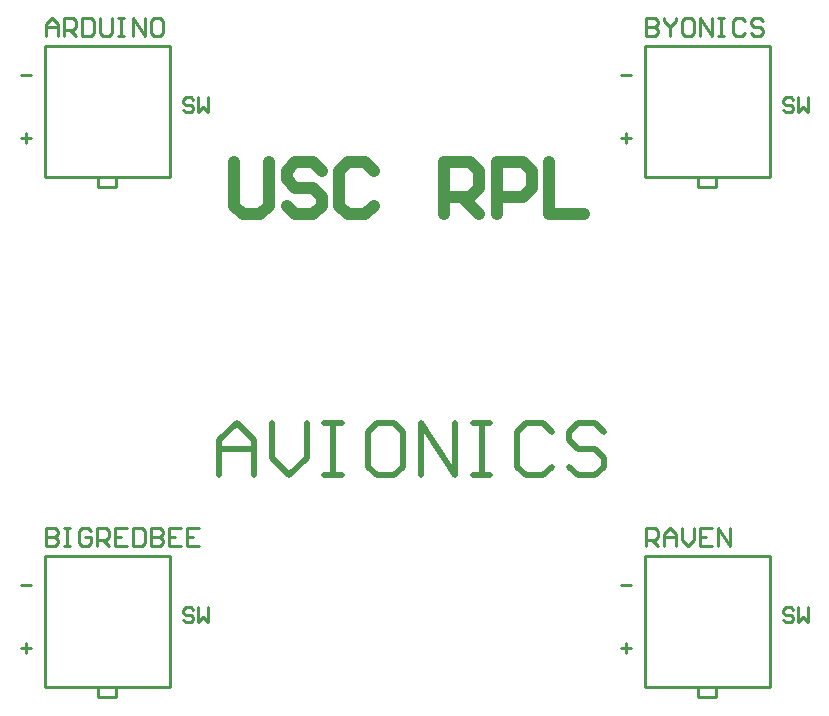
<source format=gto>
%FSLAX23Y23*%
%MOIN*%
G70*
G01*
G75*
G04 Layer_Color=65535*
%ADD10C,0.091*%
%ADD11C,0.010*%
%ADD12C,0.040*%
%ADD13C,0.020*%
D11*
X2190Y1975D02*
Y2410D01*
Y1975D02*
X2605D01*
Y2410D01*
X2190D02*
X2605D01*
X2365Y1940D02*
Y1975D01*
Y1940D02*
X2425D01*
Y1970D01*
X2190Y275D02*
Y710D01*
Y275D02*
X2605D01*
Y710D01*
X2190D02*
X2605D01*
X2365Y240D02*
Y275D01*
Y240D02*
X2425D01*
Y270D01*
X190Y275D02*
Y710D01*
Y275D02*
X605D01*
Y710D01*
X190D02*
X605D01*
X365Y240D02*
Y275D01*
Y240D02*
X425D01*
Y270D01*
X190Y1975D02*
Y2410D01*
Y1975D02*
X605D01*
Y2410D01*
X190D02*
X605D01*
X365Y1940D02*
Y1975D01*
Y1940D02*
X425D01*
Y1970D01*
X194Y2444D02*
Y2484D01*
X214Y2504D01*
X234Y2484D01*
Y2444D01*
Y2474D01*
X194D01*
X254Y2444D02*
Y2504D01*
X284D01*
X294Y2494D01*
Y2474D01*
X284Y2464D01*
X254D01*
X274D02*
X294Y2444D01*
X314Y2504D02*
Y2444D01*
X344D01*
X354Y2454D01*
Y2494D01*
X344Y2504D01*
X314D01*
X374D02*
Y2454D01*
X384Y2444D01*
X404D01*
X414Y2454D01*
Y2504D01*
X434D02*
X454D01*
X444D01*
Y2444D01*
X434D01*
X454D01*
X484D02*
Y2504D01*
X524Y2444D01*
Y2504D01*
X574D02*
X554D01*
X544Y2494D01*
Y2454D01*
X554Y2444D01*
X574D01*
X584Y2454D01*
Y2494D01*
X574Y2504D01*
X194Y804D02*
Y744D01*
X224D01*
X234Y754D01*
Y764D01*
X224Y774D01*
X194D01*
X224D01*
X234Y784D01*
Y794D01*
X224Y804D01*
X194D01*
X254D02*
X274D01*
X264D01*
Y744D01*
X254D01*
X274D01*
X344Y794D02*
X334Y804D01*
X314D01*
X304Y794D01*
Y754D01*
X314Y744D01*
X334D01*
X344Y754D01*
Y774D01*
X324D01*
X364Y744D02*
Y804D01*
X394D01*
X404Y794D01*
Y774D01*
X394Y764D01*
X364D01*
X384D02*
X404Y744D01*
X464Y804D02*
X424D01*
Y744D01*
X464D01*
X424Y774D02*
X444D01*
X484Y804D02*
Y744D01*
X514D01*
X524Y754D01*
Y794D01*
X514Y804D01*
X484D01*
X544D02*
Y744D01*
X574D01*
X584Y754D01*
Y764D01*
X574Y774D01*
X544D01*
X574D01*
X584Y784D01*
Y794D01*
X574Y804D01*
X544D01*
X644D02*
X604D01*
Y744D01*
X644D01*
X604Y774D02*
X624D01*
X704Y804D02*
X664D01*
Y744D01*
X704D01*
X664Y774D02*
X684D01*
X2194Y2504D02*
Y2444D01*
X2224D01*
X2234Y2454D01*
Y2464D01*
X2224Y2474D01*
X2194D01*
X2224D01*
X2234Y2484D01*
Y2494D01*
X2224Y2504D01*
X2194D01*
X2254D02*
Y2494D01*
X2274Y2474D01*
X2294Y2494D01*
Y2504D01*
X2274Y2474D02*
Y2444D01*
X2344Y2504D02*
X2324D01*
X2314Y2494D01*
Y2454D01*
X2324Y2444D01*
X2344D01*
X2354Y2454D01*
Y2494D01*
X2344Y2504D01*
X2374Y2444D02*
Y2504D01*
X2414Y2444D01*
Y2504D01*
X2434D02*
X2454D01*
X2444D01*
Y2444D01*
X2434D01*
X2454D01*
X2524Y2494D02*
X2514Y2504D01*
X2494D01*
X2484Y2494D01*
Y2454D01*
X2494Y2444D01*
X2514D01*
X2524Y2454D01*
X2584Y2494D02*
X2574Y2504D01*
X2554D01*
X2544Y2494D01*
Y2484D01*
X2554Y2474D01*
X2574D01*
X2584Y2464D01*
Y2454D01*
X2574Y2444D01*
X2554D01*
X2544Y2454D01*
X2194Y744D02*
Y804D01*
X2224D01*
X2234Y794D01*
Y774D01*
X2224Y764D01*
X2194D01*
X2214D02*
X2234Y744D01*
X2254D02*
Y784D01*
X2274Y804D01*
X2294Y784D01*
Y744D01*
Y774D01*
X2254D01*
X2314Y804D02*
Y764D01*
X2334Y744D01*
X2354Y764D01*
Y804D01*
X2414D02*
X2374D01*
Y744D01*
X2414D01*
X2374Y774D02*
X2394D01*
X2434Y744D02*
Y804D01*
X2474Y744D01*
Y804D01*
X683Y2232D02*
X675Y2240D01*
X658D01*
X650Y2232D01*
Y2223D01*
X658Y2215D01*
X675D01*
X683Y2207D01*
Y2198D01*
X675Y2190D01*
X658D01*
X650Y2198D01*
X700Y2240D02*
Y2190D01*
X717Y2207D01*
X733Y2190D01*
Y2240D01*
X110Y2105D02*
X143D01*
X127Y2122D02*
Y2088D01*
X110Y405D02*
X143D01*
X127Y422D02*
Y388D01*
X2110Y405D02*
X2143D01*
X2127Y422D02*
Y388D01*
X2110Y2105D02*
X2143D01*
X2127Y2122D02*
Y2088D01*
X2110Y2315D02*
X2143D01*
X2110Y615D02*
X2143D01*
X110D02*
X143D01*
X110Y2315D02*
X143D01*
X2683Y2232D02*
X2675Y2240D01*
X2658D01*
X2650Y2232D01*
Y2223D01*
X2658Y2215D01*
X2675D01*
X2683Y2207D01*
Y2198D01*
X2675Y2190D01*
X2658D01*
X2650Y2198D01*
X2700Y2240D02*
Y2190D01*
X2717Y2207D01*
X2733Y2190D01*
Y2240D01*
X2683Y532D02*
X2675Y540D01*
X2658D01*
X2650Y532D01*
Y523D01*
X2658Y515D01*
X2675D01*
X2683Y507D01*
Y498D01*
X2675Y490D01*
X2658D01*
X2650Y498D01*
X2700Y540D02*
Y490D01*
X2717Y507D01*
X2733Y490D01*
Y540D01*
X683Y532D02*
X675Y540D01*
X658D01*
X650Y532D01*
Y523D01*
X658Y515D01*
X675D01*
X683Y507D01*
Y498D01*
X675Y490D01*
X658D01*
X650Y498D01*
X700Y540D02*
Y490D01*
X717Y507D01*
X733Y490D01*
Y540D01*
D12*
X820Y2025D02*
Y1879D01*
X849Y1850D01*
X907D01*
X937Y1879D01*
Y2025D01*
X1112Y1996D02*
X1082Y2025D01*
X1024D01*
X995Y1996D01*
Y1967D01*
X1024Y1937D01*
X1082D01*
X1112Y1908D01*
Y1879D01*
X1082Y1850D01*
X1024D01*
X995Y1879D01*
X1287Y1996D02*
X1257Y2025D01*
X1199D01*
X1170Y1996D01*
Y1879D01*
X1199Y1850D01*
X1257D01*
X1287Y1879D01*
X1520Y1850D02*
Y2025D01*
X1607D01*
X1636Y1996D01*
Y1937D01*
X1607Y1908D01*
X1520D01*
X1578D02*
X1636Y1850D01*
X1695D02*
Y2025D01*
X1782D01*
X1811Y1996D01*
Y1937D01*
X1782Y1908D01*
X1695D01*
X1870Y2025D02*
Y1850D01*
X1986D01*
D13*
X770Y980D02*
Y1097D01*
X828Y1155D01*
X887Y1097D01*
Y980D01*
Y1067D01*
X770D01*
X945Y1155D02*
Y1038D01*
X1003Y980D01*
X1062Y1038D01*
Y1155D01*
X1120D02*
X1178D01*
X1149D01*
Y980D01*
X1120D01*
X1178D01*
X1353Y1155D02*
X1295D01*
X1266Y1126D01*
Y1009D01*
X1295Y980D01*
X1353D01*
X1382Y1009D01*
Y1126D01*
X1353Y1155D01*
X1441Y980D02*
Y1155D01*
X1557Y980D01*
Y1155D01*
X1616D02*
X1674D01*
X1645D01*
Y980D01*
X1616D01*
X1674D01*
X1878Y1126D02*
X1849Y1155D01*
X1791D01*
X1761Y1126D01*
Y1009D01*
X1791Y980D01*
X1849D01*
X1878Y1009D01*
X2053Y1126D02*
X2024Y1155D01*
X1965D01*
X1936Y1126D01*
Y1097D01*
X1965Y1067D01*
X2024D01*
X2053Y1038D01*
Y1009D01*
X2024Y980D01*
X1965D01*
X1936Y1009D01*
M02*

</source>
